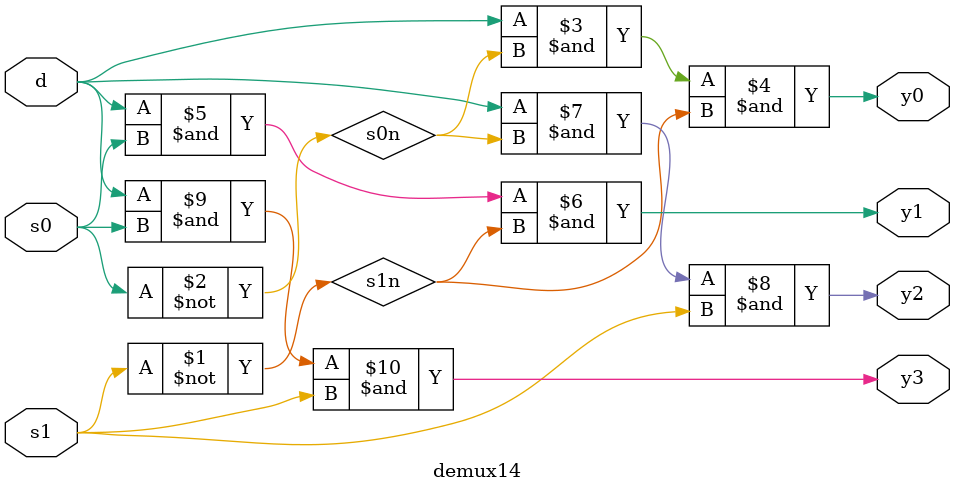
<source format=v>
module demux14(
    input d,
    input s0,
    input s1,
    output y0,
    output y1,
    output y2,
    output y3
    );
assign s1n = ~ s1;
assign s0n = ~ s0;
assign y0 = d& s0n & s1n;
assign y1 = d & s0 & s1n;
assign y2 = d & s0n & s1;
assign y3 = d & s0 & s1;
endmodule

</source>
